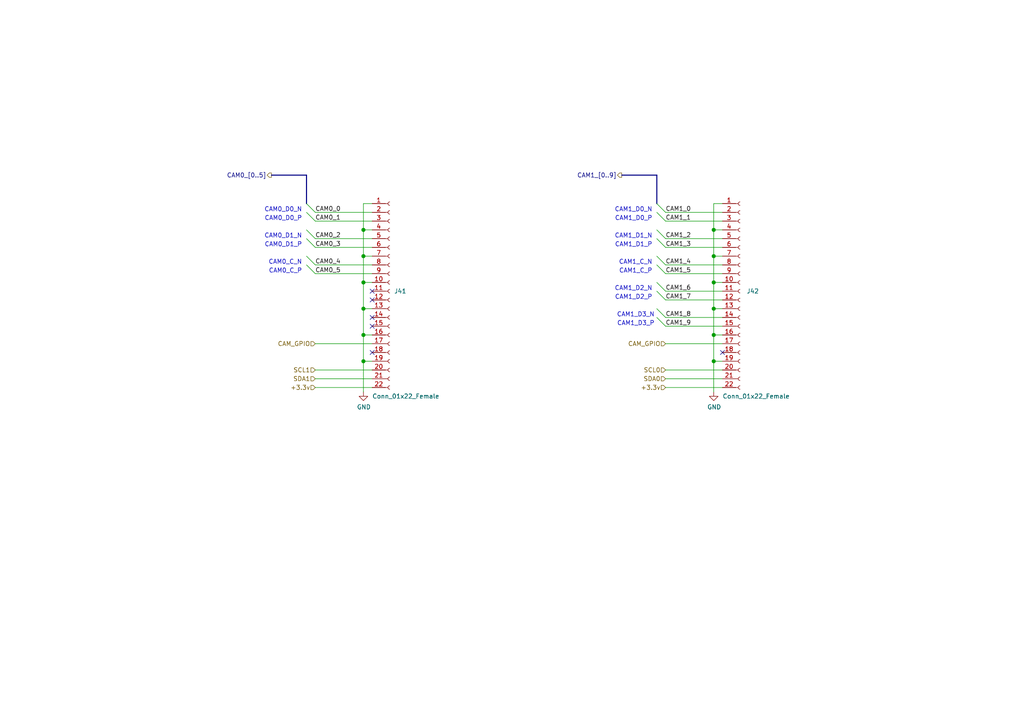
<source format=kicad_sch>
(kicad_sch (version 20210126) (generator eeschema)
  (paper "A4")
  (lib_symbols
    (symbol "Connector:Conn_01x22_Female" (pin_names hide)
      (property "Reference" "J" (at 0 27.94 0))
      (property "Value" "Conn_01x22_Female" (at 0 -30.48 0))
      (symbol "Conn_01x22_Female_1_1"
        (arc (start 0 -27.432) (end 0 -28.448) (radius (at 0 -27.94) (length 0.508) (angles 90.1 -90.1)))
        (arc (start 0 -24.892) (end 0 -25.908) (radius (at 0 -25.4) (length 0.508) (angles 90.1 -90.1)))
        (arc (start 0 -22.352) (end 0 -23.368) (radius (at 0 -22.86) (length 0.508) (angles 90.1 -90.1)))
        (arc (start 0 -19.812) (end 0 -20.828) (radius (at 0 -20.32) (length 0.508) (angles 90.1 -90.1)))
        (arc (start 0 -17.272) (end 0 -18.288) (radius (at 0 -17.78) (length 0.508) (angles 90.1 -90.1)))
        (arc (start 0 -14.732) (end 0 -15.748) (radius (at 0 -15.24) (length 0.508) (angles 90.1 -90.1)))
        (arc (start 0 -12.192) (end 0 -13.208) (radius (at 0 -12.7) (length 0.508) (angles 90.1 -90.1)))
        (arc (start 0 -9.652) (end 0 -10.668) (radius (at 0 -10.16) (length 0.508) (angles 90.1 -90.1)))
        (arc (start 0 -7.112) (end 0 -8.128) (radius (at 0 -7.62) (length 0.508) (angles 90.1 -90.1)))
        (arc (start 0 -4.572) (end 0 -5.588) (radius (at 0 -5.08) (length 0.508) (angles 90.1 -90.1)))
        (arc (start 0 -2.032) (end 0 -3.048) (radius (at 0 -2.54) (length 0.508) (angles 90.1 -90.1)))
        (arc (start 0 0.508) (end 0 -0.508) (radius (at 0 0) (length 0.508) (angles 90.1 -90.1)))
        (arc (start 0 3.048) (end 0 2.032) (radius (at 0 2.54) (length 0.508) (angles 90.1 -90.1)))
        (arc (start 0 5.588) (end 0 4.572) (radius (at 0 5.08) (length 0.508) (angles 90.1 -90.1)))
        (arc (start 0 8.128) (end 0 7.112) (radius (at 0 7.62) (length 0.508) (angles 90.1 -90.1)))
        (arc (start 0 10.668) (end 0 9.652) (radius (at 0 10.16) (length 0.508) (angles 90.1 -90.1)))
        (arc (start 0 13.208) (end 0 12.192) (radius (at 0 12.7) (length 0.508) (angles 90.1 -90.1)))
        (arc (start 0 15.748) (end 0 14.732) (radius (at 0 15.24) (length 0.508) (angles 90.1 -90.1)))
        (arc (start 0 18.288) (end 0 17.272) (radius (at 0 17.78) (length 0.508) (angles 90.1 -90.1)))
        (arc (start 0 20.828) (end 0 19.812) (radius (at 0 20.32) (length 0.508) (angles 90.1 -90.1)))
        (arc (start 0 23.368) (end 0 22.352) (radius (at 0 22.86) (length 0.508) (angles 90.1 -90.1)))
        (arc (start 0 25.908) (end 0 24.892) (radius (at 0 25.4) (length 0.508) (angles 90.1 -90.1)))
        (polyline (pts (xy -1.27 -27.94) (xy -0.508 -27.94)))
        (polyline (pts (xy -1.27 -25.4) (xy -0.508 -25.4)))
        (polyline (pts (xy -1.27 -22.86) (xy -0.508 -22.86)))
        (polyline (pts (xy -1.27 -20.32) (xy -0.508 -20.32)))
        (polyline (pts (xy -1.27 -17.78) (xy -0.508 -17.78)))
        (polyline (pts (xy -1.27 -15.24) (xy -0.508 -15.24)))
        (polyline (pts (xy -1.27 -12.7) (xy -0.508 -12.7)))
        (polyline (pts (xy -1.27 -10.16) (xy -0.508 -10.16)))
        (polyline (pts (xy -1.27 -7.62) (xy -0.508 -7.62)))
        (polyline (pts (xy -1.27 -5.08) (xy -0.508 -5.08)))
        (polyline (pts (xy -1.27 -2.54) (xy -0.508 -2.54)))
        (polyline (pts (xy -1.27 0) (xy -0.508 0)))
        (polyline (pts (xy -1.27 2.54) (xy -0.508 2.54)))
        (polyline (pts (xy -1.27 5.08) (xy -0.508 5.08)))
        (polyline (pts (xy -1.27 7.62) (xy -0.508 7.62)))
        (polyline (pts (xy -1.27 10.16) (xy -0.508 10.16)))
        (polyline (pts (xy -1.27 12.7) (xy -0.508 12.7)))
        (polyline (pts (xy -1.27 15.24) (xy -0.508 15.24)))
        (polyline (pts (xy -1.27 17.78) (xy -0.508 17.78)))
        (polyline (pts (xy -1.27 20.32) (xy -0.508 20.32)))
        (polyline (pts (xy -1.27 22.86) (xy -0.508 22.86)))
        (polyline (pts (xy -1.27 25.4) (xy -0.508 25.4)))
        (pin passive line (at -5.08 25.4 0) (length 3.81) (name "Pin_1") (number "1"))
        (pin passive line (at -5.08 2.54 0) (length 3.81) (name "Pin_10") (number "10"))
        (pin passive line (at -5.08 0 0) (length 3.81) (name "Pin_11") (number "11"))
        (pin passive line (at -5.08 -2.54 0) (length 3.81) (name "Pin_12") (number "12"))
        (pin passive line (at -5.08 -5.08 0) (length 3.81) (name "Pin_13") (number "13"))
        (pin passive line (at -5.08 -7.62 0) (length 3.81) (name "Pin_14") (number "14"))
        (pin passive line (at -5.08 -10.16 0) (length 3.81) (name "Pin_15") (number "15"))
        (pin passive line (at -5.08 -12.7 0) (length 3.81) (name "Pin_16") (number "16"))
        (pin passive line (at -5.08 -15.24 0) (length 3.81) (name "Pin_17") (number "17"))
        (pin passive line (at -5.08 -17.78 0) (length 3.81) (name "Pin_18") (number "18"))
        (pin passive line (at -5.08 -20.32 0) (length 3.81) (name "Pin_19") (number "19"))
        (pin passive line (at -5.08 22.86 0) (length 3.81) (name "Pin_2") (number "2"))
        (pin passive line (at -5.08 -22.86 0) (length 3.81) (name "Pin_20") (number "20"))
        (pin passive line (at -5.08 -25.4 0) (length 3.81) (name "Pin_21") (number "21"))
        (pin passive line (at -5.08 -27.94 0) (length 3.81) (name "Pin_22") (number "22"))
        (pin passive line (at -5.08 20.32 0) (length 3.81) (name "Pin_3") (number "3"))
        (pin passive line (at -5.08 17.78 0) (length 3.81) (name "Pin_4") (number "4"))
        (pin passive line (at -5.08 15.24 0) (length 3.81) (name "Pin_5") (number "5"))
        (pin passive line (at -5.08 12.7 0) (length 3.81) (name "Pin_6") (number "6"))
        (pin passive line (at -5.08 10.16 0) (length 3.81) (name "Pin_7") (number "7"))
        (pin passive line (at -5.08 7.62 0) (length 3.81) (name "Pin_8") (number "8"))
        (pin passive line (at -5.08 5.08 0) (length 3.81) (name "Pin_9") (number "9"))
      )
    )
    (symbol "power:GND" (power) (pin_names (offset 0))
      (property "Value" "GND" (at 0 -3.81 0))
      (symbol "GND_0_1"
        (polyline (pts (xy 0 0) (xy 0 -1.27) (xy 1.27 -1.27) (xy 0 -2.54) (xy -1.27 -1.27) (xy 0 -1.27)))
      )
      (symbol "GND_1_1"
        (pin power_in line (at 0 0 270) (length 0) hide (name "GND") (number "1"))
      )
    )
  )
  (junction (at 105.41 66.675) (diameter 1.016))
  (junction (at 105.41 74.295) (diameter 1.016))
  (junction (at 105.41 81.915) (diameter 1.016))
  (junction (at 105.41 89.535) (diameter 1.016))
  (junction (at 105.41 97.155) (diameter 1.016))
  (junction (at 105.41 104.775) (diameter 1.016))
  (junction (at 207.01 66.675) (diameter 1.016))
  (junction (at 207.01 74.295) (diameter 1.016))
  (junction (at 207.01 81.915) (diameter 1.016))
  (junction (at 207.01 89.535) (diameter 1.016))
  (junction (at 207.01 97.155) (diameter 1.016))
  (junction (at 207.01 104.775) (diameter 1.016))
  (no_connect (at 107.95 84.455))
  (no_connect (at 107.95 86.995))
  (no_connect (at 107.95 92.075))
  (no_connect (at 107.95 94.615))
  (no_connect (at 107.95 102.235))
  (no_connect (at 209.55 102.235))
  (bus_entry (at 88.9 59.055) (size 2.54 2.54) (stroke (width 0.1524)))
  (bus_entry (at 88.9 61.595) (size 2.54 2.54) (stroke (width 0.1524)))
  (bus_entry (at 88.9 66.675) (size 2.54 2.54) (stroke (width 0.1524)))
  (bus_entry (at 88.9 69.215) (size 2.54 2.54) (stroke (width 0.1524)))
  (bus_entry (at 88.9 74.295) (size 2.54 2.54) (stroke (width 0.1524)))
  (bus_entry (at 88.9 76.835) (size 2.54 2.54) (stroke (width 0.1524)))
  (bus_entry (at 190.5 59.055) (size 2.54 2.54) (stroke (width 0.1524)))
  (bus_entry (at 190.5 61.595) (size 2.54 2.54) (stroke (width 0.1524)))
  (bus_entry (at 190.5 66.675) (size 2.54 2.54) (stroke (width 0.1524)))
  (bus_entry (at 190.5 69.215) (size 2.54 2.54) (stroke (width 0.1524)))
  (bus_entry (at 190.5 74.295) (size 2.54 2.54) (stroke (width 0.1524)))
  (bus_entry (at 190.5 76.835) (size 2.54 2.54) (stroke (width 0.1524)))
  (bus_entry (at 190.5 81.915) (size 2.54 2.54) (stroke (width 0.1524)))
  (bus_entry (at 190.5 84.455) (size 2.54 2.54) (stroke (width 0.1524)))
  (bus_entry (at 190.5 89.535) (size 2.54 2.54) (stroke (width 0.1524)))
  (bus_entry (at 190.5 92.075) (size 2.54 2.54) (stroke (width 0.1524)))
  (wire (pts (xy 91.44 61.595) (xy 107.95 61.595)))
  (wire (pts (xy 91.44 64.135) (xy 107.95 64.135)))
  (wire (pts (xy 91.44 69.215) (xy 107.95 69.215)))
  (wire (pts (xy 91.44 71.755) (xy 107.95 71.755)))
  (wire (pts (xy 91.44 76.835) (xy 107.95 76.835)))
  (wire (pts (xy 91.44 79.375) (xy 107.95 79.375)))
  (wire (pts (xy 105.41 59.055) (xy 105.41 66.675)))
  (wire (pts (xy 105.41 66.675) (xy 105.41 74.295)))
  (wire (pts (xy 105.41 66.675) (xy 107.95 66.675)))
  (wire (pts (xy 105.41 74.295) (xy 105.41 81.915)))
  (wire (pts (xy 105.41 74.295) (xy 107.95 74.295)))
  (wire (pts (xy 105.41 81.915) (xy 105.41 89.535)))
  (wire (pts (xy 105.41 81.915) (xy 107.95 81.915)))
  (wire (pts (xy 105.41 89.535) (xy 105.41 97.155)))
  (wire (pts (xy 105.41 89.535) (xy 107.95 89.535)))
  (wire (pts (xy 105.41 97.155) (xy 105.41 104.775)))
  (wire (pts (xy 105.41 97.155) (xy 107.95 97.155)))
  (wire (pts (xy 105.41 104.775) (xy 105.41 113.665)))
  (wire (pts (xy 105.41 104.775) (xy 107.95 104.775)))
  (wire (pts (xy 107.95 59.055) (xy 105.41 59.055)))
  (wire (pts (xy 107.95 99.695) (xy 91.44 99.695)))
  (wire (pts (xy 107.95 107.315) (xy 91.44 107.315)))
  (wire (pts (xy 107.95 109.855) (xy 91.44 109.855)))
  (wire (pts (xy 107.95 112.395) (xy 91.44 112.395)))
  (wire (pts (xy 193.04 61.595) (xy 209.55 61.595)))
  (wire (pts (xy 193.04 64.135) (xy 209.55 64.135)))
  (wire (pts (xy 193.04 69.215) (xy 209.55 69.215)))
  (wire (pts (xy 193.04 71.755) (xy 209.55 71.755)))
  (wire (pts (xy 193.04 76.835) (xy 209.55 76.835)))
  (wire (pts (xy 193.04 79.375) (xy 209.55 79.375)))
  (wire (pts (xy 193.04 84.455) (xy 209.55 84.455)))
  (wire (pts (xy 193.04 86.995) (xy 209.55 86.995)))
  (wire (pts (xy 193.04 92.075) (xy 209.55 92.075)))
  (wire (pts (xy 193.04 94.615) (xy 209.55 94.615)))
  (wire (pts (xy 207.01 59.055) (xy 207.01 66.675)))
  (wire (pts (xy 207.01 66.675) (xy 207.01 74.295)))
  (wire (pts (xy 207.01 66.675) (xy 209.55 66.675)))
  (wire (pts (xy 207.01 74.295) (xy 207.01 81.915)))
  (wire (pts (xy 207.01 74.295) (xy 209.55 74.295)))
  (wire (pts (xy 207.01 81.915) (xy 207.01 89.535)))
  (wire (pts (xy 207.01 81.915) (xy 209.55 81.915)))
  (wire (pts (xy 207.01 89.535) (xy 207.01 97.155)))
  (wire (pts (xy 207.01 89.535) (xy 209.55 89.535)))
  (wire (pts (xy 207.01 97.155) (xy 207.01 104.775)))
  (wire (pts (xy 207.01 97.155) (xy 209.55 97.155)))
  (wire (pts (xy 207.01 104.775) (xy 207.01 113.665)))
  (wire (pts (xy 207.01 104.775) (xy 209.55 104.775)))
  (wire (pts (xy 209.55 59.055) (xy 207.01 59.055)))
  (wire (pts (xy 209.55 99.695) (xy 193.04 99.695)))
  (wire (pts (xy 209.55 107.315) (xy 193.04 107.315)))
  (wire (pts (xy 209.55 109.855) (xy 193.04 109.855)))
  (wire (pts (xy 209.55 112.395) (xy 193.04 112.395)))
  (bus (pts (xy 78.74 50.8) (xy 88.9 50.8)))
  (bus (pts (xy 88.9 50.8) (xy 88.9 76.835)))
  (bus (pts (xy 180.34 50.8) (xy 190.5 50.8)))
  (bus (pts (xy 190.5 50.8) (xy 190.5 97.155)))
  (text "CAM0_D0_N" (at 87.63 61.595 180) (effects (font (size 1.27 1.27)) (justify right bottom)))
  (text "CAM0_D0_P" (at 87.63 64.135 180) (effects (font (size 1.27 1.27)) (justify right bottom)))
  (text "CAM0_D1_N" (at 87.63 69.215 180) (effects (font (size 1.27 1.27)) (justify right bottom)))
  (text "CAM0_D1_P" (at 87.63 71.755 180) (effects (font (size 1.27 1.27)) (justify right bottom)))
  (text "CAM0_C_N" (at 87.63 76.835 180) (effects (font (size 1.27 1.27)) (justify right bottom)))
  (text "CAM0_C_P" (at 87.63 79.375 180) (effects (font (size 1.27 1.27)) (justify right bottom)))
  (text "CAM1_D0_N" (at 189.23 61.595 180) (effects (font (size 1.27 1.27)) (justify right bottom)))
  (text "CAM1_D0_P" (at 189.23 64.135 180) (effects (font (size 1.27 1.27)) (justify right bottom)))
  (text "CAM1_D1_N" (at 189.23 69.215 180) (effects (font (size 1.27 1.27)) (justify right bottom)))
  (text "CAM1_D1_P" (at 189.23 71.755 180) (effects (font (size 1.27 1.27)) (justify right bottom)))
  (text "CAM1_C_N" (at 189.23 76.835 180) (effects (font (size 1.27 1.27)) (justify right bottom)))
  (text "CAM1_C_P" (at 189.23 79.375 180) (effects (font (size 1.27 1.27)) (justify right bottom)))
  (text "CAM1_D2_N" (at 189.23 84.455 180) (effects (font (size 1.27 1.27)) (justify right bottom)))
  (text "CAM1_D2_P" (at 189.23 86.995 180) (effects (font (size 1.27 1.27)) (justify right bottom)))
  (text "CAM1_D3_N" (at 189.865 92.075 180) (effects (font (size 1.27 1.27)) (justify right bottom)))
  (text "CAM1_D3_P" (at 189.865 94.615 180) (effects (font (size 1.27 1.27)) (justify right bottom)))
  (label "CAM0_0" (at 91.44 61.595 0))
  (label "CAM0_1" (at 91.44 64.135 0))
  (label "CAM0_2" (at 91.44 69.215 0))
  (label "CAM0_3" (at 91.44 71.755 0))
  (label "CAM0_4" (at 91.44 76.835 0))
  (label "CAM0_5" (at 91.44 79.375 0))
  (label "CAM1_0" (at 193.04 61.595 0))
  (label "CAM1_1" (at 193.04 64.135 0))
  (label "CAM1_2" (at 193.04 69.215 0))
  (label "CAM1_3" (at 193.04 71.755 0))
  (label "CAM1_4" (at 193.04 76.835 0))
  (label "CAM1_5" (at 193.04 79.375 0))
  (label "CAM1_6" (at 193.04 84.455 0))
  (label "CAM1_7" (at 193.04 86.995 0))
  (label "CAM1_8" (at 193.04 92.075 0))
  (label "CAM1_9" (at 193.04 94.615 0))
  (hierarchical_label "CAM0_[0..5]" (shape output) (at 78.74 50.8 180))
  (hierarchical_label "CAM_GPIO" (shape input) (at 91.44 99.695 180))
  (hierarchical_label "SCL1" (shape input) (at 91.44 107.315 180))
  (hierarchical_label "SDA1" (shape input) (at 91.44 109.855 180))
  (hierarchical_label "+3.3v" (shape input) (at 91.44 112.395 180))
  (hierarchical_label "CAM1_[0..9]" (shape output) (at 180.34 50.8 180))
  (hierarchical_label "CAM_GPIO" (shape input) (at 193.04 99.695 180))
  (hierarchical_label "SCL0" (shape input) (at 193.04 107.315 180))
  (hierarchical_label "SDA0" (shape input) (at 193.04 109.855 180))
  (hierarchical_label "+3.3v" (shape input) (at 193.04 112.395 180))
  (symbol (lib_id "power:GND") (at 105.41 113.665 0) (unit 1)
    (property "Reference" "#PWR0121" (effects hide))
    (property "Value" "GND" (at 105.537 118.0592 0))
  )
  (symbol (lib_id "power:GND") (at 207.01 113.665 0) (unit 1)
    (property "Reference" "#PWR0122" (effects hide))
    (property "Value" "GND" (at 207.137 118.0592 0))
  )
  (symbol (lib_id "Connector:Conn_01x22_Female") (at 113.03 84.455 0) (unit 1)
    (property "Reference" "J41" (at 114.3 84.455 0) (effects (justify left)))
    (property "Value" "Conn_01x22_Female" (at 107.95 114.935 0) (effects (justify left)))
    (property "Footprint" "Connector_FFC-FPC:Hirose_FH12-22S-0.5SH_1x22-1MP_P0.50mm_Horizontal" (effects hide))
    (property "Datasheet" "https://www.hirose.com/product/document?clcode=&productname=&series=FH12&documenttype=Catalog&lang=en&documentid=D31648_en" (effects hide))
    (property "Field4" "Mouser" (effects hide))
    (property "Field5" "798-FH12-22S-0.5SH55" (effects hide))
    (property "Field6" "FH12-22S-0.5SH55" (effects hide))
    (property "Field7" "Hirose" (effects hide))
    (property "Part Description" "22 Position FFC, FPC Connector Contacts, Bottom 0.020\" (0.50mm) Surface Mount, Right Angle" (effects hide))
  )
  (symbol (lib_id "Connector:Conn_01x22_Female") (at 214.63 84.455 0) (unit 1)
    (property "Reference" "J42" (at 216.535 84.455 0) (effects (justify left)))
    (property "Value" "Conn_01x22_Female" (at 209.55 114.935 0) (effects (justify left)))
    (property "Footprint" "Connector_FFC-FPC:Hirose_FH12-22S-0.5SH_1x22-1MP_P0.50mm_Horizontal" (effects hide))
    (property "Datasheet" "https://www.hirose.com/product/document?clcode=&productname=&series=FH12&documenttype=Catalog&lang=en&documentid=D31648_en" (effects hide))
    (property "Field4" "Mouser" (effects hide))
    (property "Field5" "798-FH12-22S-0.5SH55" (effects hide))
    (property "Field6" "FH12-22S-0.5SH55" (effects hide))
    (property "Field7" "Hirose" (effects hide))
    (property "Part Description" "22 Position FFC, FPC Connector Contacts, Bottom 0.020\" (0.50mm) Surface Mount, Right Angle" (effects hide))
  )
)
</source>
